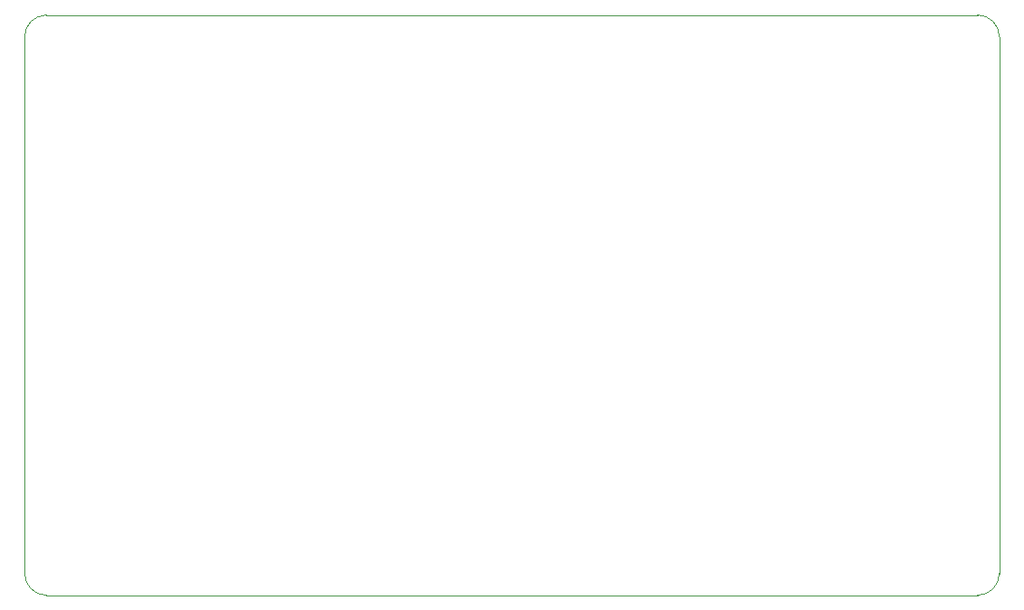
<source format=gbr>
G04 #@! TF.GenerationSoftware,KiCad,Pcbnew,(5.1.4)-1*
G04 #@! TF.CreationDate,2021-01-10T04:06:40-06:00*
G04 #@! TF.ProjectId,Navboard_hardware,4e617662-6f61-4726-945f-686172647761,rev?*
G04 #@! TF.SameCoordinates,Original*
G04 #@! TF.FileFunction,Profile,NP*
%FSLAX46Y46*%
G04 Gerber Fmt 4.6, Leading zero omitted, Abs format (unit mm)*
G04 Created by KiCad (PCBNEW (5.1.4)-1) date 2021-01-10 04:06:40*
%MOMM*%
%LPD*%
G04 APERTURE LIST*
%ADD10C,0.050000*%
G04 APERTURE END LIST*
D10*
X183388000Y-37592000D02*
X96139000Y-37592000D01*
X96139000Y-91948000D02*
X183388000Y-91948000D01*
X94107000Y-89916000D02*
X94107000Y-39624000D01*
X185420000Y-89916000D02*
X185420000Y-39624000D01*
X185420000Y-89916000D02*
G75*
G02X183388000Y-91948000I-2032000J0D01*
G01*
X96139000Y-91948000D02*
G75*
G02X94107000Y-89916000I0J2032000D01*
G01*
X183388000Y-37592000D02*
G75*
G02X185420000Y-39624000I0J-2032000D01*
G01*
X94107000Y-39624000D02*
G75*
G02X96139000Y-37592000I2032000J0D01*
G01*
M02*

</source>
